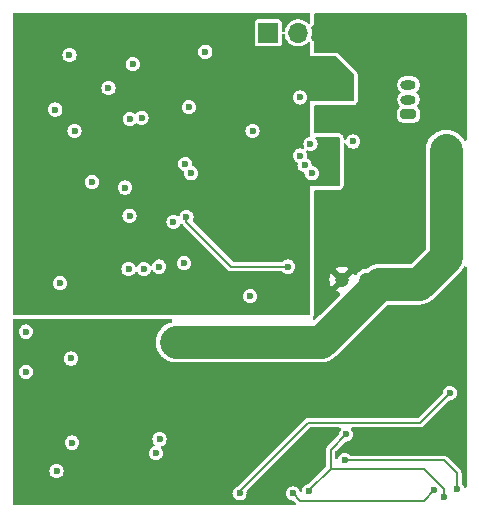
<source format=gbr>
%TF.GenerationSoftware,KiCad,Pcbnew,8.0.3-8.0.3-0~ubuntu22.04.1*%
%TF.CreationDate,2024-07-06T17:26:29-06:00*%
%TF.ProjectId,stm32g070 and DRV8311 single motor board - V1 Alpha,73746d33-3267-4303-9730-20616e642044,rev?*%
%TF.SameCoordinates,Original*%
%TF.FileFunction,Copper,L2,Inr*%
%TF.FilePolarity,Positive*%
%FSLAX46Y46*%
G04 Gerber Fmt 4.6, Leading zero omitted, Abs format (unit mm)*
G04 Created by KiCad (PCBNEW 8.0.3-8.0.3-0~ubuntu22.04.1) date 2024-07-06 17:26:29*
%MOMM*%
%LPD*%
G01*
G04 APERTURE LIST*
G04 Aperture macros list*
%AMRoundRect*
0 Rectangle with rounded corners*
0 $1 Rounding radius*
0 $2 $3 $4 $5 $6 $7 $8 $9 X,Y pos of 4 corners*
0 Add a 4 corners polygon primitive as box body*
4,1,4,$2,$3,$4,$5,$6,$7,$8,$9,$2,$3,0*
0 Add four circle primitives for the rounded corners*
1,1,$1+$1,$2,$3*
1,1,$1+$1,$4,$5*
1,1,$1+$1,$6,$7*
1,1,$1+$1,$8,$9*
0 Add four rect primitives between the rounded corners*
20,1,$1+$1,$2,$3,$4,$5,0*
20,1,$1+$1,$4,$5,$6,$7,0*
20,1,$1+$1,$6,$7,$8,$9,0*
20,1,$1+$1,$8,$9,$2,$3,0*%
G04 Aperture macros list end*
%TA.AperFunction,ComponentPad*%
%ADD10RoundRect,0.200000X0.450000X-0.200000X0.450000X0.200000X-0.450000X0.200000X-0.450000X-0.200000X0*%
%TD*%
%TA.AperFunction,ComponentPad*%
%ADD11O,1.300000X0.800000*%
%TD*%
%TA.AperFunction,ComponentPad*%
%ADD12C,1.200000*%
%TD*%
%TA.AperFunction,ComponentPad*%
%ADD13C,0.600000*%
%TD*%
%TA.AperFunction,ComponentPad*%
%ADD14R,1.700000X1.700000*%
%TD*%
%TA.AperFunction,ComponentPad*%
%ADD15O,1.700000X1.700000*%
%TD*%
%TA.AperFunction,ViaPad*%
%ADD16C,0.600000*%
%TD*%
%TA.AperFunction,Conductor*%
%ADD17C,2.814000*%
%TD*%
%TA.AperFunction,Conductor*%
%ADD18C,0.200000*%
%TD*%
G04 APERTURE END LIST*
D10*
%TO.N,Net-(J3-Pin_1)*%
%TO.C,J3*%
X156400000Y-96900000D03*
D11*
%TO.N,Net-(J3-Pin_2)*%
X156400000Y-95650000D03*
%TO.N,Net-(J3-Pin_3)*%
X156400000Y-94400000D03*
%TD*%
D12*
%TO.N,/MOTORPWR*%
%TO.C,C15*%
X152800000Y-110900000D03*
%TO.N,GNDPWR*%
X150800000Y-110900000D03*
%TD*%
D13*
%TO.N,GNDPWR*%
%TO.C,U4*%
X132262500Y-124737500D03*
X132262500Y-125687500D03*
X132262500Y-126637500D03*
%TD*%
D14*
%TO.N,/USART1_TX*%
%TO.C,J4*%
X144525000Y-90000000D03*
D15*
%TO.N,/USART1_RX*%
X147065000Y-90000000D03*
%TD*%
D13*
%TO.N,GNDPWR*%
%TO.C,U2*%
X149162498Y-98100001D03*
X150562500Y-98100001D03*
X149862499Y-97374600D03*
X149162498Y-96699999D03*
X150562500Y-96699999D03*
%TD*%
D16*
%TO.N,/MOTORPWR*%
X143200000Y-98300000D03*
X151700000Y-99200000D03*
%TO.N,VDD*%
X129600000Y-102636000D03*
X147213896Y-95473287D03*
X131000000Y-94700000D03*
%TO.N,GND*%
X124000000Y-99300000D03*
X123800000Y-108900000D03*
X146000000Y-103400000D03*
X131800000Y-91800000D03*
X126600000Y-127100000D03*
X135000000Y-125600000D03*
X132900000Y-104500000D03*
X136800000Y-89700000D03*
X141000000Y-98600000D03*
X131600000Y-112200000D03*
%TO.N,/MOTORPWR*%
X158600000Y-103400000D03*
X158600000Y-105300000D03*
X142600000Y-115200000D03*
X159600000Y-103400000D03*
X142600000Y-117200000D03*
X143500000Y-115200000D03*
X141700000Y-115200000D03*
X158600000Y-104400000D03*
X141700000Y-116200000D03*
X141700000Y-117200000D03*
X159600000Y-105300000D03*
X160600000Y-104400000D03*
X140800000Y-117200000D03*
X143500000Y-116200000D03*
X160600000Y-103400000D03*
X160600000Y-105300000D03*
X142600000Y-116200000D03*
X140800000Y-116200000D03*
X159600000Y-104400000D03*
X140800000Y-115200000D03*
X143500000Y-117200000D03*
%TO.N,GNDPWR*%
X158900000Y-116500000D03*
X131400000Y-119000000D03*
X124350000Y-126300000D03*
X152800000Y-90800000D03*
X132400000Y-118100000D03*
X153500000Y-106800000D03*
X124350000Y-127150000D03*
X154800000Y-90800000D03*
X157900000Y-117400000D03*
X130400000Y-117100000D03*
X159900000Y-116500000D03*
X132400000Y-117100000D03*
X153800000Y-89800000D03*
X132400000Y-119000000D03*
X154800000Y-89800000D03*
X157900000Y-115500000D03*
X159900000Y-117400000D03*
X153500000Y-104900000D03*
X152500000Y-106800000D03*
X152800000Y-89800000D03*
X131400000Y-118100000D03*
X159900000Y-115500000D03*
X152500000Y-105900000D03*
X153500000Y-105900000D03*
X158900000Y-115500000D03*
X153800000Y-90800000D03*
X152800000Y-91700000D03*
X151500000Y-105900000D03*
X154800000Y-91700000D03*
X151500000Y-104900000D03*
X130400000Y-118100000D03*
X151500000Y-106800000D03*
X131400000Y-117100000D03*
X157900000Y-116500000D03*
X158900000Y-117400000D03*
X153800000Y-91700000D03*
X152500000Y-104900000D03*
X130400000Y-119000000D03*
%TO.N,/SWC*%
X137500000Y-101100000D03*
%TO.N,/SWD*%
X138000000Y-101900000D03*
%TO.N,Net-(U2-SLEEP_N)*%
X148100000Y-99400000D03*
%TO.N,/PSU/LDO 4.9v*%
X127912500Y-124700000D03*
X124000000Y-118700000D03*
%TO.N,/1CSA-B*%
X147600000Y-101200000D03*
X134000000Y-110000000D03*
%TO.N,/1CSA-A*%
X132700000Y-110000000D03*
X148200000Y-101900000D03*
%TO.N,/1CSA-C*%
X135300000Y-109800000D03*
X147200000Y-100400000D03*
%TO.N,/CS1*%
X133049998Y-92649998D03*
X137800000Y-96300000D03*
%TO.N,/PSU/BATT+*%
X142100000Y-129000000D03*
X159900000Y-120500000D03*
%TO.N,Net-(D1-A)*%
X124000000Y-115300000D03*
%TO.N,/PSU/~{CHG}*%
X135321200Y-124421200D03*
X127824265Y-117575735D03*
%TO.N,/SDA1*%
X128125000Y-98300000D03*
X126500000Y-96500000D03*
%TO.N,/PSU/BATT-*%
X151000000Y-126200000D03*
X160500000Y-128600000D03*
%TO.N,Net-(Q1-G)*%
X159400000Y-129300000D03*
X148000000Y-128800000D03*
X151100000Y-124000000D03*
%TO.N,/NRST*%
X126900000Y-111200000D03*
X132780603Y-105480603D03*
%TO.N,Net-(U3-PACK)*%
X146600000Y-129000000D03*
X158600000Y-128700000D03*
%TO.N,Net-(J1-Pin_2)*%
X127700000Y-91900000D03*
%TO.N,Net-(J2-Pin_2)*%
X139200000Y-91600000D03*
%TO.N,/USART1_TX*%
X133800000Y-97200000D03*
%TO.N,/USART1_RX*%
X132800000Y-97300000D03*
%TO.N,/ADC11*%
X136500000Y-106000000D03*
%TO.N,/ADC10{slash}VBATT*%
X137400000Y-109500000D03*
%TO.N,Net-(D3-A)*%
X143000000Y-112300000D03*
%TO.N,/LED*%
X137600000Y-105600000D03*
X146200000Y-109800000D03*
%TO.N,Net-(U1-VREF+)*%
X132400000Y-103100000D03*
%TD*%
D17*
%TO.N,/MOTORPWR*%
X149000000Y-116200000D02*
X136700000Y-116200000D01*
X157300000Y-111300000D02*
X153900000Y-111300000D01*
X159600000Y-109000000D02*
X157300000Y-111300000D01*
X159600000Y-99900000D02*
X159600000Y-109000000D01*
X153900000Y-111300000D02*
X149000000Y-116200000D01*
D18*
%TO.N,/PSU/BATT+*%
X142100000Y-128800000D02*
X142100000Y-129000000D01*
X157400000Y-123000000D02*
X147900000Y-123000000D01*
X159900000Y-120500000D02*
X157400000Y-123000000D01*
X147900000Y-123000000D02*
X142100000Y-128800000D01*
%TO.N,/PSU/BATT-*%
X151000000Y-126200000D02*
X159400000Y-126200000D01*
X159400000Y-126200000D02*
X160500000Y-127300000D01*
X160500000Y-127300000D02*
X160500000Y-128600000D01*
%TO.N,Net-(Q1-G)*%
X148000000Y-128700000D02*
X149800000Y-126900000D01*
X159400000Y-129300000D02*
X159400000Y-128600000D01*
X149800000Y-125300000D02*
X149800000Y-126900000D01*
X148000000Y-128800000D02*
X148000000Y-128700000D01*
X151100000Y-124000000D02*
X149800000Y-125300000D01*
X159400000Y-128600000D02*
X157700000Y-126900000D01*
X157700000Y-126900000D02*
X149800000Y-126900000D01*
%TO.N,Net-(U3-PACK)*%
X157700000Y-129600000D02*
X158600000Y-128700000D01*
X146600000Y-129000000D02*
X147200000Y-129600000D01*
X147200000Y-129600000D02*
X157700000Y-129600000D01*
%TO.N,/LED*%
X141400000Y-109800000D02*
X146200000Y-109800000D01*
X137600000Y-105600000D02*
X137600000Y-106000000D01*
X137600000Y-106000000D02*
X141400000Y-109800000D01*
%TD*%
%TA.AperFunction,Conductor*%
%TO.N,GND*%
G36*
X150315677Y-92019685D02*
G01*
X150336319Y-92036319D01*
X151763681Y-93463681D01*
X151797166Y-93525004D01*
X151800000Y-93551362D01*
X151800000Y-95676000D01*
X151780315Y-95743039D01*
X151727511Y-95788794D01*
X151676000Y-95800000D01*
X148100000Y-95800000D01*
X148100000Y-92000000D01*
X150248638Y-92000000D01*
X150315677Y-92019685D01*
G37*
%TD.AperFunction*%
%TD*%
%TA.AperFunction,Conductor*%
%TO.N,GNDPWR*%
G36*
X161323500Y-128395532D02*
G01*
X161303815Y-128462571D01*
X161251011Y-128508326D01*
X161181853Y-128518270D01*
X161118297Y-128489245D01*
X161084939Y-128442985D01*
X161080231Y-128431620D01*
X161024536Y-128297159D01*
X161024535Y-128297158D01*
X161024535Y-128297157D01*
X160926124Y-128168905D01*
X160900930Y-128103736D01*
X160900500Y-128093419D01*
X160900500Y-127247275D01*
X160900500Y-127247273D01*
X160873207Y-127145413D01*
X160873207Y-127145412D01*
X160820480Y-127054087D01*
X159645913Y-125879520D01*
X159600250Y-125853156D01*
X159554589Y-125826793D01*
X159503657Y-125813146D01*
X159452727Y-125799500D01*
X159452726Y-125799500D01*
X151506580Y-125799500D01*
X151439541Y-125779815D01*
X151431093Y-125773876D01*
X151428283Y-125771720D01*
X151428282Y-125771718D01*
X151302841Y-125675464D01*
X151156762Y-125614956D01*
X151156760Y-125614955D01*
X151000001Y-125594318D01*
X150999999Y-125594318D01*
X150843239Y-125614955D01*
X150843237Y-125614956D01*
X150697160Y-125675463D01*
X150571718Y-125771718D01*
X150475463Y-125897160D01*
X150439061Y-125985044D01*
X150395220Y-126039447D01*
X150328926Y-126061512D01*
X150261227Y-126044233D01*
X150213616Y-125993096D01*
X150200500Y-125937591D01*
X150200500Y-125517254D01*
X150220185Y-125450215D01*
X150236819Y-125429573D01*
X150612308Y-125054084D01*
X151024991Y-124641400D01*
X151086312Y-124607917D01*
X151096485Y-124606144D01*
X151099997Y-124605681D01*
X151100000Y-124605682D01*
X151256762Y-124585044D01*
X151402841Y-124524536D01*
X151528282Y-124428282D01*
X151624536Y-124302841D01*
X151685044Y-124156762D01*
X151705682Y-124000000D01*
X151692077Y-123896663D01*
X151685044Y-123843239D01*
X151685044Y-123843238D01*
X151624536Y-123697159D01*
X151624535Y-123697158D01*
X151624535Y-123697157D01*
X151549973Y-123599986D01*
X151524779Y-123534817D01*
X151538817Y-123466372D01*
X151587631Y-123416383D01*
X151648349Y-123400500D01*
X157452725Y-123400500D01*
X157452727Y-123400500D01*
X157554588Y-123373207D01*
X157645913Y-123320480D01*
X159824991Y-121141400D01*
X159886312Y-121107917D01*
X159896485Y-121106144D01*
X159899997Y-121105681D01*
X159900000Y-121105682D01*
X160056762Y-121085044D01*
X160202841Y-121024536D01*
X160328282Y-120928282D01*
X160424536Y-120802841D01*
X160485044Y-120656762D01*
X160505682Y-120500000D01*
X160485044Y-120343238D01*
X160424536Y-120197159D01*
X160328282Y-120071718D01*
X160202841Y-119975464D01*
X160056762Y-119914956D01*
X160056760Y-119914955D01*
X159900001Y-119894318D01*
X159899999Y-119894318D01*
X159743239Y-119914955D01*
X159743237Y-119914956D01*
X159597160Y-119975463D01*
X159471718Y-120071718D01*
X159375463Y-120197160D01*
X159314956Y-120343237D01*
X159314956Y-120343238D01*
X159293855Y-120503513D01*
X159265588Y-120567409D01*
X159258597Y-120575008D01*
X157270426Y-122563181D01*
X157209103Y-122596666D01*
X157182745Y-122599500D01*
X147960339Y-122599500D01*
X147960323Y-122599499D01*
X147952727Y-122599499D01*
X147847273Y-122599499D01*
X147779366Y-122617695D01*
X147745412Y-122626793D01*
X147654084Y-122679522D01*
X147579518Y-122754089D01*
X141918706Y-128414899D01*
X141878479Y-128441778D01*
X141797165Y-128475460D01*
X141797158Y-128475464D01*
X141671719Y-128571716D01*
X141575463Y-128697160D01*
X141514956Y-128843237D01*
X141514955Y-128843239D01*
X141494318Y-128999998D01*
X141494318Y-129000001D01*
X141514955Y-129156760D01*
X141514956Y-129156762D01*
X141574287Y-129300001D01*
X141575464Y-129302841D01*
X141671718Y-129428282D01*
X141797159Y-129524536D01*
X141943238Y-129585044D01*
X142021619Y-129595363D01*
X142099999Y-129605682D01*
X142100000Y-129605682D01*
X142100001Y-129605682D01*
X142152254Y-129598802D01*
X142256762Y-129585044D01*
X142402841Y-129524536D01*
X142528282Y-129428282D01*
X142624536Y-129302841D01*
X142685044Y-129156762D01*
X142705682Y-129000000D01*
X142685825Y-128849172D01*
X142696590Y-128780139D01*
X142721080Y-128745311D01*
X148029573Y-123436819D01*
X148090896Y-123403334D01*
X148117254Y-123400500D01*
X150551651Y-123400500D01*
X150618690Y-123420185D01*
X150664445Y-123472989D01*
X150674389Y-123542147D01*
X150650027Y-123599986D01*
X150575464Y-123697157D01*
X150514956Y-123843237D01*
X150514956Y-123843238D01*
X150493855Y-124003513D01*
X150465588Y-124067409D01*
X150458597Y-124075008D01*
X149479522Y-125054084D01*
X149479520Y-125054087D01*
X149426791Y-125145413D01*
X149415919Y-125185995D01*
X149415919Y-125185996D01*
X149399500Y-125247273D01*
X149399500Y-126682744D01*
X149379815Y-126749783D01*
X149363181Y-126770425D01*
X147959847Y-128173758D01*
X147898524Y-128207243D01*
X147888353Y-128209016D01*
X147843238Y-128214956D01*
X147697160Y-128275463D01*
X147571718Y-128371718D01*
X147475463Y-128497160D01*
X147414956Y-128643237D01*
X147414956Y-128643239D01*
X147399929Y-128757375D01*
X147371662Y-128821271D01*
X147313337Y-128859742D01*
X147243473Y-128860573D01*
X147184249Y-128823500D01*
X147162429Y-128788641D01*
X147153634Y-128767409D01*
X147141263Y-128737542D01*
X147124537Y-128697161D01*
X147124536Y-128697160D01*
X147124536Y-128697159D01*
X147028282Y-128571718D01*
X146902841Y-128475464D01*
X146902831Y-128475460D01*
X146756762Y-128414956D01*
X146756760Y-128414955D01*
X146600001Y-128394318D01*
X146599999Y-128394318D01*
X146443239Y-128414955D01*
X146443237Y-128414956D01*
X146297160Y-128475463D01*
X146171718Y-128571718D01*
X146075463Y-128697160D01*
X146014956Y-128843237D01*
X146014955Y-128843239D01*
X145994318Y-128999998D01*
X145994318Y-129000001D01*
X146014955Y-129156760D01*
X146014956Y-129156762D01*
X146074287Y-129300001D01*
X146075464Y-129302841D01*
X146171718Y-129428282D01*
X146297159Y-129524536D01*
X146443238Y-129585044D01*
X146600000Y-129605682D01*
X146600001Y-129605681D01*
X146603513Y-129606144D01*
X146667410Y-129634410D01*
X146675009Y-129641402D01*
X146840426Y-129806819D01*
X146873911Y-129868142D01*
X146868927Y-129937834D01*
X146827055Y-129993767D01*
X146761591Y-130018184D01*
X146752745Y-130018500D01*
X123006500Y-130018500D01*
X122939461Y-129998815D01*
X122893706Y-129946011D01*
X122882500Y-129894500D01*
X122882500Y-127099998D01*
X125994318Y-127099998D01*
X125994318Y-127100001D01*
X126014955Y-127256760D01*
X126014956Y-127256762D01*
X126075464Y-127402841D01*
X126171718Y-127528282D01*
X126297159Y-127624536D01*
X126443238Y-127685044D01*
X126521619Y-127695363D01*
X126599999Y-127705682D01*
X126600000Y-127705682D01*
X126600001Y-127705682D01*
X126652254Y-127698802D01*
X126756762Y-127685044D01*
X126902841Y-127624536D01*
X127028282Y-127528282D01*
X127124536Y-127402841D01*
X127185044Y-127256762D01*
X127205682Y-127100000D01*
X127199637Y-127054087D01*
X127185044Y-126943239D01*
X127185044Y-126943238D01*
X127124536Y-126797159D01*
X127028282Y-126671718D01*
X126902841Y-126575464D01*
X126756762Y-126514956D01*
X126756760Y-126514955D01*
X126600001Y-126494318D01*
X126599999Y-126494318D01*
X126443239Y-126514955D01*
X126443237Y-126514956D01*
X126297160Y-126575463D01*
X126171718Y-126671718D01*
X126075463Y-126797160D01*
X126014956Y-126943237D01*
X126014955Y-126943239D01*
X125994318Y-127099998D01*
X122882500Y-127099998D01*
X122882500Y-125599998D01*
X134394318Y-125599998D01*
X134394318Y-125600001D01*
X134414955Y-125756760D01*
X134414956Y-125756762D01*
X134475464Y-125902841D01*
X134571718Y-126028282D01*
X134697159Y-126124536D01*
X134843238Y-126185044D01*
X134921619Y-126195363D01*
X134999999Y-126205682D01*
X135000000Y-126205682D01*
X135000001Y-126205682D01*
X135052254Y-126198802D01*
X135156762Y-126185044D01*
X135302841Y-126124536D01*
X135428282Y-126028282D01*
X135524536Y-125902841D01*
X135585044Y-125756762D01*
X135605682Y-125600000D01*
X135585044Y-125443238D01*
X135524536Y-125297159D01*
X135442287Y-125189970D01*
X135417095Y-125124805D01*
X135431133Y-125056360D01*
X135479947Y-125006370D01*
X135493201Y-124999931D01*
X135624041Y-124945736D01*
X135749482Y-124849482D01*
X135845736Y-124724041D01*
X135906244Y-124577962D01*
X135926882Y-124421200D01*
X135906244Y-124264438D01*
X135845736Y-124118359D01*
X135749482Y-123992918D01*
X135624041Y-123896664D01*
X135477962Y-123836156D01*
X135477960Y-123836155D01*
X135321201Y-123815518D01*
X135321199Y-123815518D01*
X135164439Y-123836155D01*
X135164437Y-123836156D01*
X135018360Y-123896663D01*
X134892918Y-123992918D01*
X134796663Y-124118360D01*
X134736156Y-124264437D01*
X134736155Y-124264439D01*
X134715518Y-124421198D01*
X134715518Y-124421201D01*
X134736155Y-124577960D01*
X134736156Y-124577962D01*
X134796664Y-124724041D01*
X134878911Y-124831227D01*
X134904104Y-124896395D01*
X134890066Y-124964839D01*
X134841252Y-125014829D01*
X134827987Y-125021273D01*
X134697160Y-125075463D01*
X134571718Y-125171718D01*
X134475463Y-125297160D01*
X134414956Y-125443237D01*
X134414955Y-125443239D01*
X134394318Y-125599998D01*
X122882500Y-125599998D01*
X122882500Y-124699998D01*
X127306818Y-124699998D01*
X127306818Y-124700001D01*
X127327455Y-124856760D01*
X127327456Y-124856762D01*
X127386756Y-124999926D01*
X127387964Y-125002841D01*
X127484218Y-125128282D01*
X127609659Y-125224536D01*
X127755738Y-125285044D01*
X127834119Y-125295363D01*
X127912499Y-125305682D01*
X127912500Y-125305682D01*
X127912501Y-125305682D01*
X127977239Y-125297159D01*
X128069262Y-125285044D01*
X128215341Y-125224536D01*
X128340782Y-125128282D01*
X128437036Y-125002841D01*
X128497544Y-124856762D01*
X128518182Y-124700000D01*
X128510467Y-124641402D01*
X128497544Y-124543239D01*
X128497544Y-124543238D01*
X128437036Y-124397159D01*
X128340782Y-124271718D01*
X128215341Y-124175464D01*
X128170190Y-124156762D01*
X128069262Y-124114956D01*
X128069260Y-124114955D01*
X127912501Y-124094318D01*
X127912499Y-124094318D01*
X127755739Y-124114955D01*
X127755737Y-124114956D01*
X127609660Y-124175463D01*
X127484218Y-124271718D01*
X127387963Y-124397160D01*
X127327456Y-124543237D01*
X127327455Y-124543239D01*
X127306818Y-124699998D01*
X122882500Y-124699998D01*
X122882500Y-118699998D01*
X123394318Y-118699998D01*
X123394318Y-118700001D01*
X123414955Y-118856760D01*
X123414956Y-118856762D01*
X123475464Y-119002841D01*
X123571718Y-119128282D01*
X123697159Y-119224536D01*
X123843238Y-119285044D01*
X123921619Y-119295363D01*
X123999999Y-119305682D01*
X124000000Y-119305682D01*
X124000001Y-119305682D01*
X124052254Y-119298802D01*
X124156762Y-119285044D01*
X124302841Y-119224536D01*
X124428282Y-119128282D01*
X124524536Y-119002841D01*
X124585044Y-118856762D01*
X124605682Y-118700000D01*
X124585044Y-118543238D01*
X124524536Y-118397159D01*
X124428282Y-118271718D01*
X124302841Y-118175464D01*
X124267388Y-118160779D01*
X124156762Y-118114956D01*
X124156760Y-118114955D01*
X124000001Y-118094318D01*
X123999999Y-118094318D01*
X123843239Y-118114955D01*
X123843237Y-118114956D01*
X123697160Y-118175463D01*
X123571718Y-118271718D01*
X123475463Y-118397160D01*
X123414956Y-118543237D01*
X123414955Y-118543239D01*
X123394318Y-118699998D01*
X122882500Y-118699998D01*
X122882500Y-117575733D01*
X127218583Y-117575733D01*
X127218583Y-117575736D01*
X127239220Y-117732495D01*
X127239221Y-117732497D01*
X127275610Y-117820349D01*
X127299729Y-117878576D01*
X127395983Y-118004017D01*
X127521424Y-118100271D01*
X127667503Y-118160779D01*
X127745884Y-118171098D01*
X127824264Y-118181417D01*
X127824265Y-118181417D01*
X127824266Y-118181417D01*
X127876519Y-118174537D01*
X127981027Y-118160779D01*
X128127106Y-118100271D01*
X128252547Y-118004017D01*
X128348801Y-117878576D01*
X128409309Y-117732497D01*
X128429947Y-117575735D01*
X128409309Y-117418973D01*
X128348801Y-117272894D01*
X128252547Y-117147453D01*
X128127106Y-117051199D01*
X127981027Y-116990691D01*
X127981025Y-116990690D01*
X127824266Y-116970053D01*
X127824264Y-116970053D01*
X127667504Y-116990690D01*
X127667502Y-116990691D01*
X127521425Y-117051198D01*
X127395983Y-117147453D01*
X127299728Y-117272895D01*
X127239221Y-117418972D01*
X127239220Y-117418974D01*
X127218583Y-117575733D01*
X122882500Y-117575733D01*
X122882500Y-115299998D01*
X123394318Y-115299998D01*
X123394318Y-115300001D01*
X123414955Y-115456760D01*
X123414956Y-115456762D01*
X123475464Y-115602841D01*
X123571718Y-115728282D01*
X123697159Y-115824536D01*
X123843238Y-115885044D01*
X123921619Y-115895363D01*
X123999999Y-115905682D01*
X124000000Y-115905682D01*
X124000001Y-115905682D01*
X124052254Y-115898802D01*
X124156762Y-115885044D01*
X124302841Y-115824536D01*
X124428282Y-115728282D01*
X124524536Y-115602841D01*
X124585044Y-115456762D01*
X124605682Y-115300000D01*
X124585044Y-115143238D01*
X124524536Y-114997159D01*
X124428282Y-114871718D01*
X124302841Y-114775464D01*
X124156762Y-114714956D01*
X124156760Y-114714955D01*
X124000001Y-114694318D01*
X123999999Y-114694318D01*
X123843239Y-114714955D01*
X123843237Y-114714956D01*
X123697160Y-114775463D01*
X123571718Y-114871718D01*
X123475463Y-114997160D01*
X123414956Y-115143237D01*
X123414955Y-115143239D01*
X123394318Y-115299998D01*
X122882500Y-115299998D01*
X122882500Y-114329500D01*
X122902185Y-114262461D01*
X122954989Y-114216706D01*
X123006500Y-114205500D01*
X136276000Y-114205500D01*
X136343039Y-114225185D01*
X136388794Y-114277989D01*
X136400000Y-114329500D01*
X136400000Y-114417502D01*
X136380315Y-114484541D01*
X136327511Y-114530296D01*
X136308093Y-114537277D01*
X136149970Y-114579645D01*
X136149966Y-114579646D01*
X136149964Y-114579647D01*
X136149957Y-114579650D01*
X135943178Y-114665300D01*
X135943168Y-114665305D01*
X135749328Y-114777218D01*
X135571752Y-114913477D01*
X135571745Y-114913483D01*
X135413483Y-115071745D01*
X135413477Y-115071752D01*
X135277218Y-115249328D01*
X135165305Y-115443168D01*
X135165300Y-115443178D01*
X135079650Y-115649957D01*
X135079645Y-115649970D01*
X135021717Y-115866165D01*
X135021714Y-115866178D01*
X134992501Y-116088075D01*
X134992500Y-116088091D01*
X134992500Y-116311908D01*
X134992501Y-116311924D01*
X135021714Y-116533821D01*
X135021715Y-116533826D01*
X135021716Y-116533832D01*
X135079647Y-116750036D01*
X135106943Y-116815934D01*
X135165300Y-116956821D01*
X135165305Y-116956831D01*
X135277218Y-117150671D01*
X135413477Y-117328247D01*
X135413483Y-117328254D01*
X135571745Y-117486516D01*
X135571752Y-117486522D01*
X135749328Y-117622781D01*
X135943168Y-117734694D01*
X135943178Y-117734699D01*
X136009070Y-117761992D01*
X136149964Y-117820353D01*
X136366168Y-117878284D01*
X136588085Y-117907500D01*
X136588092Y-117907500D01*
X149111916Y-117907500D01*
X149185887Y-117897761D01*
X149333831Y-117878285D01*
X149425210Y-117853799D01*
X149550036Y-117820353D01*
X149653432Y-117777524D01*
X149756828Y-117734697D01*
X149902661Y-117650500D01*
X149950672Y-117622781D01*
X150128249Y-117486521D01*
X150286521Y-117328249D01*
X150286521Y-117328248D01*
X153714769Y-113900000D01*
X161323500Y-113900000D01*
X161323500Y-128395532D01*
G37*
%TD.AperFunction*%
%TA.AperFunction,Conductor*%
G36*
X148511681Y-114273549D02*
G01*
X148450358Y-114307034D01*
X148380666Y-114302050D01*
X148324733Y-114260178D01*
X148300316Y-114194714D01*
X148300000Y-114185868D01*
X148300000Y-114100492D01*
X148318605Y-114037129D01*
X148318533Y-114037093D01*
X148318729Y-114036705D01*
X148319685Y-114033453D01*
X148322547Y-114029197D01*
X148322551Y-114029189D01*
X148322553Y-114029187D01*
X148373439Y-113929111D01*
X148381987Y-113900000D01*
X148885230Y-113900000D01*
X148511681Y-114273549D01*
G37*
%TD.AperFunction*%
%TD*%
%TA.AperFunction,Conductor*%
%TO.N,GNDPWR*%
G36*
X161266539Y-88358185D02*
G01*
X161312294Y-88410989D01*
X161323500Y-88462500D01*
X161323500Y-99007415D01*
X161303815Y-99074454D01*
X161251011Y-99120209D01*
X161181853Y-99130153D01*
X161118297Y-99101128D01*
X161092113Y-99069415D01*
X161022781Y-98949328D01*
X160886522Y-98771752D01*
X160886516Y-98771745D01*
X160728254Y-98613483D01*
X160728247Y-98613477D01*
X160550671Y-98477218D01*
X160356831Y-98365305D01*
X160356821Y-98365300D01*
X160199172Y-98300000D01*
X160150036Y-98279647D01*
X159933832Y-98221716D01*
X159933826Y-98221715D01*
X159933821Y-98221714D01*
X159711924Y-98192501D01*
X159711921Y-98192500D01*
X159711915Y-98192500D01*
X159488085Y-98192500D01*
X159488079Y-98192500D01*
X159488075Y-98192501D01*
X159266178Y-98221714D01*
X159266171Y-98221715D01*
X159266168Y-98221716D01*
X159194100Y-98241026D01*
X159049970Y-98279645D01*
X159049966Y-98279646D01*
X159049964Y-98279647D01*
X159049957Y-98279650D01*
X158843178Y-98365300D01*
X158843168Y-98365305D01*
X158649328Y-98477218D01*
X158471752Y-98613477D01*
X158471745Y-98613483D01*
X158313483Y-98771745D01*
X158313477Y-98771752D01*
X158177218Y-98949328D01*
X158065305Y-99143168D01*
X158065300Y-99143178D01*
X157979650Y-99349957D01*
X157979645Y-99349970D01*
X157921717Y-99566165D01*
X157921714Y-99566178D01*
X157892501Y-99788075D01*
X157892500Y-99788091D01*
X157892500Y-108241368D01*
X157872815Y-108308407D01*
X157856181Y-108329049D01*
X156629049Y-109556181D01*
X156567726Y-109589666D01*
X156541368Y-109592500D01*
X154011915Y-109592500D01*
X153788084Y-109592500D01*
X153788078Y-109592500D01*
X153788074Y-109592501D01*
X153596733Y-109617691D01*
X153596733Y-109617692D01*
X153566168Y-109621716D01*
X153374999Y-109672939D01*
X153349964Y-109679647D01*
X153349954Y-109679650D01*
X153203739Y-109740215D01*
X153143174Y-109765302D01*
X153143167Y-109765306D01*
X153122200Y-109777411D01*
X153083076Y-109800000D01*
X152949328Y-109877218D01*
X152823362Y-109973876D01*
X152758193Y-109999070D01*
X152747876Y-109999500D01*
X152705354Y-109999500D01*
X152672897Y-110006398D01*
X152520197Y-110038855D01*
X152520192Y-110038857D01*
X152347270Y-110115848D01*
X152347265Y-110115851D01*
X152194129Y-110227111D01*
X152067465Y-110367785D01*
X152019887Y-110450194D01*
X151969320Y-110498410D01*
X151900713Y-110511632D01*
X151835848Y-110485664D01*
X151801500Y-110443466D01*
X151739249Y-110318449D01*
X151739247Y-110318447D01*
X151737465Y-110316087D01*
X151094855Y-110958697D01*
X151100000Y-110939496D01*
X151100000Y-110860504D01*
X151079556Y-110784204D01*
X151040060Y-110715795D01*
X150984205Y-110659940D01*
X150915796Y-110620444D01*
X150839496Y-110600000D01*
X150760504Y-110600000D01*
X150684204Y-110620444D01*
X150615795Y-110659940D01*
X150559940Y-110715795D01*
X150520444Y-110784204D01*
X150500000Y-110860504D01*
X150500000Y-110939496D01*
X150520444Y-111015796D01*
X150559940Y-111084205D01*
X150615795Y-111140060D01*
X150684204Y-111179556D01*
X150760504Y-111200000D01*
X150839496Y-111200000D01*
X150858697Y-111194854D01*
X150800000Y-111253553D01*
X150219311Y-111834240D01*
X150307585Y-111888897D01*
X150497678Y-111962540D01*
X150540262Y-111970500D01*
X150602543Y-112002168D01*
X150637817Y-112062480D01*
X150634884Y-112132288D01*
X150605159Y-112180070D01*
X148885230Y-113900000D01*
X148381987Y-113900000D01*
X148393124Y-113862072D01*
X148405500Y-113776000D01*
X148405500Y-110899999D01*
X149695287Y-110899999D01*
X149695287Y-110900000D01*
X149714096Y-111102989D01*
X149714097Y-111102992D01*
X149769883Y-111299063D01*
X149769886Y-111299069D01*
X149860751Y-111481551D01*
X149862533Y-111483911D01*
X150446446Y-110900000D01*
X150446446Y-110899999D01*
X149862533Y-110316087D01*
X149860755Y-110318442D01*
X149860754Y-110318443D01*
X149769886Y-110500930D01*
X149769883Y-110500936D01*
X149714097Y-110697007D01*
X149714096Y-110697010D01*
X149695287Y-110899999D01*
X148405500Y-110899999D01*
X148405500Y-109965758D01*
X150219311Y-109965758D01*
X150800000Y-110546446D01*
X150800001Y-110546446D01*
X151380687Y-109965758D01*
X151292413Y-109911101D01*
X151292411Y-109911100D01*
X151102321Y-109837460D01*
X150901928Y-109800000D01*
X150698072Y-109800000D01*
X150497678Y-109837460D01*
X150307588Y-109911100D01*
X150307581Y-109911104D01*
X150219312Y-109965757D01*
X150219311Y-109965758D01*
X148405500Y-109965758D01*
X148405500Y-103429500D01*
X148425185Y-103362461D01*
X148477989Y-103316706D01*
X148529500Y-103305500D01*
X150475990Y-103305500D01*
X150476000Y-103305500D01*
X150540941Y-103298518D01*
X150592452Y-103287312D01*
X150630658Y-103276354D01*
X150727571Y-103219675D01*
X150780375Y-103173920D01*
X150780382Y-103173912D01*
X150780387Y-103173908D01*
X150822548Y-103129192D01*
X150822553Y-103129187D01*
X150873439Y-103029111D01*
X150893124Y-102962072D01*
X150905500Y-102876000D01*
X150905500Y-99474480D01*
X150925185Y-99407441D01*
X150977989Y-99361686D01*
X151047147Y-99351742D01*
X151110703Y-99380767D01*
X151144060Y-99427026D01*
X151175464Y-99502841D01*
X151271718Y-99628282D01*
X151397159Y-99724536D01*
X151543238Y-99785044D01*
X151621619Y-99795363D01*
X151699999Y-99805682D01*
X151700000Y-99805682D01*
X151700001Y-99805682D01*
X151752254Y-99798802D01*
X151856762Y-99785044D01*
X152002841Y-99724536D01*
X152128282Y-99628282D01*
X152224536Y-99502841D01*
X152285044Y-99356762D01*
X152305682Y-99200000D01*
X152298200Y-99143172D01*
X152288490Y-99069415D01*
X152285044Y-99043238D01*
X152224536Y-98897159D01*
X152128282Y-98771718D01*
X152002841Y-98675464D01*
X151995511Y-98672428D01*
X151856762Y-98614956D01*
X151856760Y-98614955D01*
X151700001Y-98594318D01*
X151699999Y-98594318D01*
X151543239Y-98614955D01*
X151543237Y-98614956D01*
X151397160Y-98675463D01*
X151271718Y-98771718D01*
X151175463Y-98897160D01*
X151144061Y-98972972D01*
X151100220Y-99027375D01*
X151033925Y-99049440D01*
X150966226Y-99032161D01*
X150918616Y-98981023D01*
X150905923Y-98927312D01*
X150905678Y-98927326D01*
X150905604Y-98925962D01*
X150905500Y-98925519D01*
X150905500Y-98924010D01*
X150905500Y-98924000D01*
X150898518Y-98859059D01*
X150887312Y-98807548D01*
X150877043Y-98771745D01*
X150876355Y-98769345D01*
X150876354Y-98769344D01*
X150876354Y-98769342D01*
X150819675Y-98672429D01*
X150773920Y-98619625D01*
X150773918Y-98619623D01*
X150773908Y-98619612D01*
X150729192Y-98577451D01*
X150729189Y-98577449D01*
X150729187Y-98577447D01*
X150629111Y-98526561D01*
X150629110Y-98526560D01*
X150629109Y-98526560D01*
X150562078Y-98506877D01*
X150562072Y-98506876D01*
X150476000Y-98494500D01*
X148647965Y-98494500D01*
X148647961Y-98494500D01*
X148570657Y-98504444D01*
X148570654Y-98504444D01*
X148570652Y-98504445D01*
X148560873Y-98507003D01*
X148491035Y-98504920D01*
X148433408Y-98465411D01*
X148406291Y-98401018D01*
X148405500Y-98387037D01*
X148405500Y-96229500D01*
X148425185Y-96162461D01*
X148477989Y-96116706D01*
X148529500Y-96105500D01*
X151675990Y-96105500D01*
X151676000Y-96105500D01*
X151740941Y-96098518D01*
X151792452Y-96087312D01*
X151830658Y-96076354D01*
X151927571Y-96019675D01*
X151980375Y-95973920D01*
X151980382Y-95973912D01*
X151980387Y-95973908D01*
X152022548Y-95929192D01*
X152022553Y-95929187D01*
X152073439Y-95829111D01*
X152093124Y-95762072D01*
X152105500Y-95676000D01*
X152105500Y-94468995D01*
X155449499Y-94468995D01*
X155476418Y-94604322D01*
X155476421Y-94604332D01*
X155529221Y-94731804D01*
X155529228Y-94731817D01*
X155605885Y-94846541D01*
X155605888Y-94846545D01*
X155696662Y-94937319D01*
X155730147Y-94998642D01*
X155725163Y-95068334D01*
X155696662Y-95112681D01*
X155605888Y-95203454D01*
X155605885Y-95203458D01*
X155529228Y-95318182D01*
X155529221Y-95318195D01*
X155476421Y-95445667D01*
X155476418Y-95445677D01*
X155449500Y-95581004D01*
X155449500Y-95581007D01*
X155449500Y-95718993D01*
X155449500Y-95718995D01*
X155449499Y-95718995D01*
X155476418Y-95854322D01*
X155476421Y-95854332D01*
X155529221Y-95981804D01*
X155529228Y-95981817D01*
X155605885Y-96096541D01*
X155605888Y-96096545D01*
X155639579Y-96130236D01*
X155673064Y-96191559D01*
X155668080Y-96261251D01*
X155626212Y-96317182D01*
X155606041Y-96332282D01*
X155592454Y-96342454D01*
X155592453Y-96342455D01*
X155592452Y-96342456D01*
X155506206Y-96457664D01*
X155506202Y-96457671D01*
X155455910Y-96592513D01*
X155455909Y-96592517D01*
X155449500Y-96652127D01*
X155449500Y-96652134D01*
X155449500Y-96652135D01*
X155449500Y-97147870D01*
X155449501Y-97147876D01*
X155455908Y-97207483D01*
X155506202Y-97342328D01*
X155506206Y-97342335D01*
X155592452Y-97457544D01*
X155592455Y-97457547D01*
X155707664Y-97543793D01*
X155707671Y-97543797D01*
X155842517Y-97594091D01*
X155842516Y-97594091D01*
X155849444Y-97594835D01*
X155902127Y-97600500D01*
X156897872Y-97600499D01*
X156957483Y-97594091D01*
X157092331Y-97543796D01*
X157207546Y-97457546D01*
X157293796Y-97342331D01*
X157344091Y-97207483D01*
X157350500Y-97147873D01*
X157350499Y-96652128D01*
X157344091Y-96592517D01*
X157338307Y-96577010D01*
X157293797Y-96457671D01*
X157293793Y-96457664D01*
X157207548Y-96342456D01*
X157207546Y-96342455D01*
X157207546Y-96342454D01*
X157173787Y-96317182D01*
X157131918Y-96261248D01*
X157126935Y-96191556D01*
X157160421Y-96130235D01*
X157194111Y-96096545D01*
X157194114Y-96096542D01*
X157270775Y-95981811D01*
X157323580Y-95854328D01*
X157350500Y-95718993D01*
X157350500Y-95581007D01*
X157350500Y-95581004D01*
X157323581Y-95445677D01*
X157323580Y-95445676D01*
X157323580Y-95445672D01*
X157323578Y-95445667D01*
X157270778Y-95318195D01*
X157270771Y-95318182D01*
X157194114Y-95203458D01*
X157194111Y-95203454D01*
X157103338Y-95112681D01*
X157069853Y-95051358D01*
X157074837Y-94981666D01*
X157103338Y-94937319D01*
X157194111Y-94846545D01*
X157194114Y-94846542D01*
X157270775Y-94731811D01*
X157323580Y-94604328D01*
X157334143Y-94551227D01*
X157350500Y-94468995D01*
X157350500Y-94331004D01*
X157323581Y-94195677D01*
X157323580Y-94195676D01*
X157323580Y-94195672D01*
X157323578Y-94195667D01*
X157270778Y-94068195D01*
X157270771Y-94068182D01*
X157194114Y-93953458D01*
X157194111Y-93953454D01*
X157096545Y-93855888D01*
X157096541Y-93855885D01*
X156981817Y-93779228D01*
X156981804Y-93779221D01*
X156854332Y-93726421D01*
X156854322Y-93726418D01*
X156718995Y-93699500D01*
X156718993Y-93699500D01*
X156081007Y-93699500D01*
X156081005Y-93699500D01*
X155945677Y-93726418D01*
X155945667Y-93726421D01*
X155818195Y-93779221D01*
X155818182Y-93779228D01*
X155703458Y-93855885D01*
X155703454Y-93855888D01*
X155605888Y-93953454D01*
X155605885Y-93953458D01*
X155529228Y-94068182D01*
X155529221Y-94068195D01*
X155476421Y-94195667D01*
X155476418Y-94195677D01*
X155449500Y-94331004D01*
X155449500Y-94331007D01*
X155449500Y-94468993D01*
X155449500Y-94468995D01*
X155449499Y-94468995D01*
X152105500Y-94468995D01*
X152105500Y-93551362D01*
X152103749Y-93518703D01*
X152100915Y-93492345D01*
X152100080Y-93485340D01*
X152065297Y-93378593D01*
X152065295Y-93378588D01*
X152031810Y-93317266D01*
X151979710Y-93247670D01*
X151979705Y-93247665D01*
X151979702Y-93247660D01*
X151979698Y-93247656D01*
X151979692Y-93247649D01*
X150552353Y-91820311D01*
X150552340Y-91820298D01*
X150528008Y-91798442D01*
X150507366Y-91781808D01*
X150507363Y-91781806D01*
X150507325Y-91781775D01*
X150501827Y-91777448D01*
X150501825Y-91777447D01*
X150401747Y-91726560D01*
X150334716Y-91706877D01*
X150334710Y-91706876D01*
X150248638Y-91694500D01*
X150248635Y-91694500D01*
X148529500Y-91694500D01*
X148462461Y-91674815D01*
X148416706Y-91622011D01*
X148405500Y-91570500D01*
X148405500Y-90894197D01*
X148405500Y-90894120D01*
X148405476Y-90890308D01*
X148405437Y-90887183D01*
X148390824Y-90797565D01*
X148369456Y-90731043D01*
X148344857Y-90674694D01*
X148272770Y-90588623D01*
X148272769Y-90588622D01*
X148272765Y-90588618D01*
X148218841Y-90544223D01*
X148218829Y-90544213D01*
X148199483Y-90531315D01*
X148154623Y-90477753D01*
X148145842Y-90408438D01*
X148148996Y-90394222D01*
X148200756Y-90212310D01*
X148220429Y-90000000D01*
X148200756Y-89787690D01*
X148148402Y-89603687D01*
X148148988Y-89533821D01*
X148187255Y-89475362D01*
X148205068Y-89462715D01*
X148211164Y-89459149D01*
X148227571Y-89449554D01*
X148280375Y-89403799D01*
X148280382Y-89403791D01*
X148280387Y-89403787D01*
X148322548Y-89359071D01*
X148322553Y-89359066D01*
X148373439Y-89258990D01*
X148393124Y-89191951D01*
X148405500Y-89105879D01*
X148405500Y-88462500D01*
X148425185Y-88395461D01*
X148477989Y-88349706D01*
X148529500Y-88338500D01*
X161199500Y-88338500D01*
X161266539Y-88358185D01*
G37*
%TD.AperFunction*%
%TA.AperFunction,Conductor*%
G36*
X161276152Y-109795116D02*
G01*
X161316680Y-109852030D01*
X161323500Y-109892586D01*
X161323500Y-113900000D01*
X153714769Y-113900000D01*
X154570950Y-113043819D01*
X154632273Y-113010334D01*
X154658631Y-113007500D01*
X157411916Y-113007500D01*
X157485887Y-112997761D01*
X157633831Y-112978285D01*
X157725210Y-112953799D01*
X157850036Y-112920353D01*
X157953432Y-112877524D01*
X158056828Y-112834697D01*
X158179719Y-112763744D01*
X158250672Y-112722781D01*
X158428249Y-112586521D01*
X158586521Y-112428249D01*
X160886521Y-110128249D01*
X160921135Y-110083139D01*
X161022781Y-109950672D01*
X161065310Y-109877009D01*
X161079739Y-109852018D01*
X161092113Y-109830586D01*
X161142680Y-109782370D01*
X161211287Y-109769147D01*
X161276152Y-109795116D01*
G37*
%TD.AperFunction*%
%TD*%
%TA.AperFunction,Conductor*%
%TO.N,GND*%
G36*
X148043039Y-88358185D02*
G01*
X148088794Y-88410989D01*
X148100000Y-88462500D01*
X148100000Y-89105879D01*
X148080315Y-89172918D01*
X148027511Y-89218673D01*
X147958353Y-89228617D01*
X147894797Y-89199592D01*
X147892462Y-89197516D01*
X147763562Y-89080008D01*
X147761302Y-89077948D01*
X147580019Y-88965702D01*
X147580017Y-88965701D01*
X147480608Y-88927190D01*
X147381198Y-88888679D01*
X147171610Y-88849500D01*
X146958390Y-88849500D01*
X146748802Y-88888679D01*
X146748799Y-88888679D01*
X146748799Y-88888680D01*
X146549982Y-88965701D01*
X146549980Y-88965702D01*
X146368699Y-89077947D01*
X146211127Y-89221593D01*
X146082632Y-89391746D01*
X145987596Y-89582605D01*
X145987596Y-89582607D01*
X145929244Y-89787689D01*
X145922970Y-89855394D01*
X145897183Y-89920331D01*
X145840383Y-89961018D01*
X145770602Y-89964538D01*
X145709995Y-89929772D01*
X145677806Y-89867759D01*
X145675499Y-89843952D01*
X145675499Y-89105143D01*
X145675499Y-89105136D01*
X145675497Y-89105117D01*
X145672586Y-89080012D01*
X145672585Y-89080010D01*
X145672585Y-89080009D01*
X145627206Y-88977235D01*
X145547765Y-88897794D01*
X145527124Y-88888680D01*
X145444992Y-88852415D01*
X145419865Y-88849500D01*
X143630143Y-88849500D01*
X143630117Y-88849502D01*
X143605012Y-88852413D01*
X143605008Y-88852415D01*
X143502235Y-88897793D01*
X143422794Y-88977234D01*
X143377415Y-89080006D01*
X143377415Y-89080008D01*
X143374500Y-89105131D01*
X143374500Y-90894856D01*
X143374502Y-90894882D01*
X143377413Y-90919987D01*
X143377415Y-90919991D01*
X143422793Y-91022764D01*
X143422794Y-91022765D01*
X143502235Y-91102206D01*
X143605009Y-91147585D01*
X143630135Y-91150500D01*
X145419864Y-91150499D01*
X145419879Y-91150497D01*
X145419882Y-91150497D01*
X145444987Y-91147586D01*
X145444988Y-91147585D01*
X145444991Y-91147585D01*
X145547765Y-91102206D01*
X145627206Y-91022765D01*
X145672585Y-90919991D01*
X145675500Y-90894865D01*
X145675499Y-90156046D01*
X145695183Y-90089009D01*
X145747987Y-90043254D01*
X145817146Y-90033310D01*
X145880702Y-90062335D01*
X145918476Y-90121113D01*
X145922970Y-90144606D01*
X145929244Y-90212310D01*
X145987596Y-90417392D01*
X145987596Y-90417394D01*
X146082632Y-90608253D01*
X146082634Y-90608255D01*
X146211128Y-90778407D01*
X146368698Y-90922052D01*
X146549981Y-91034298D01*
X146748802Y-91111321D01*
X146958390Y-91150500D01*
X146958392Y-91150500D01*
X147171608Y-91150500D01*
X147171610Y-91150500D01*
X147381198Y-91111321D01*
X147580019Y-91034298D01*
X147761302Y-90922052D01*
X147892463Y-90802481D01*
X147955265Y-90771866D01*
X148024652Y-90780063D01*
X148078593Y-90824473D01*
X148099961Y-90890995D01*
X148100000Y-90894120D01*
X148100000Y-95800000D01*
X148100000Y-98685573D01*
X148080315Y-98752612D01*
X148027511Y-98798367D01*
X147992186Y-98808511D01*
X147943238Y-98814956D01*
X147943237Y-98814956D01*
X147797160Y-98875463D01*
X147671718Y-98971718D01*
X147575463Y-99097160D01*
X147514956Y-99243237D01*
X147514955Y-99243239D01*
X147494318Y-99399998D01*
X147494318Y-99400001D01*
X147514955Y-99556760D01*
X147514956Y-99556762D01*
X147562255Y-99670951D01*
X147569724Y-99740421D01*
X147538449Y-99802900D01*
X147478360Y-99838552D01*
X147408535Y-99836058D01*
X147400243Y-99832966D01*
X147356762Y-99814956D01*
X147356760Y-99814955D01*
X147200001Y-99794318D01*
X147199999Y-99794318D01*
X147043239Y-99814955D01*
X147043237Y-99814956D01*
X146897160Y-99875463D01*
X146771718Y-99971718D01*
X146675463Y-100097160D01*
X146614956Y-100243237D01*
X146614955Y-100243239D01*
X146594318Y-100399998D01*
X146594318Y-100400001D01*
X146614955Y-100556760D01*
X146614956Y-100556762D01*
X146675464Y-100702841D01*
X146771718Y-100828282D01*
X146897159Y-100924536D01*
X146935777Y-100940532D01*
X146990180Y-100984371D01*
X147012246Y-101050665D01*
X147011264Y-101071278D01*
X146994318Y-101199998D01*
X146994318Y-101200001D01*
X147014955Y-101356760D01*
X147014956Y-101356762D01*
X147075464Y-101502841D01*
X147171718Y-101628282D01*
X147297159Y-101724536D01*
X147443238Y-101785044D01*
X147487246Y-101790837D01*
X147551142Y-101819102D01*
X147589614Y-101877426D01*
X147594000Y-101897590D01*
X147611475Y-102030318D01*
X147614956Y-102056762D01*
X147675464Y-102202841D01*
X147771718Y-102328282D01*
X147897159Y-102424536D01*
X148043238Y-102485044D01*
X148100000Y-102492516D01*
X148100000Y-103000000D01*
X148100000Y-113776000D01*
X148080315Y-113843039D01*
X148027511Y-113888794D01*
X147976000Y-113900000D01*
X123006500Y-113900000D01*
X122939461Y-113880315D01*
X122893706Y-113827511D01*
X122882500Y-113776000D01*
X122882500Y-112299998D01*
X142394318Y-112299998D01*
X142394318Y-112300001D01*
X142414955Y-112456760D01*
X142414956Y-112456762D01*
X142475464Y-112602841D01*
X142571718Y-112728282D01*
X142697159Y-112824536D01*
X142843238Y-112885044D01*
X142921619Y-112895363D01*
X142999999Y-112905682D01*
X143000000Y-112905682D01*
X143000001Y-112905682D01*
X143052254Y-112898802D01*
X143156762Y-112885044D01*
X143302841Y-112824536D01*
X143428282Y-112728282D01*
X143524536Y-112602841D01*
X143585044Y-112456762D01*
X143605682Y-112300000D01*
X143585044Y-112143238D01*
X143524536Y-111997159D01*
X143428282Y-111871718D01*
X143302841Y-111775464D01*
X143156762Y-111714956D01*
X143156760Y-111714955D01*
X143000001Y-111694318D01*
X142999999Y-111694318D01*
X142843239Y-111714955D01*
X142843237Y-111714956D01*
X142697160Y-111775463D01*
X142571718Y-111871718D01*
X142475463Y-111997160D01*
X142414956Y-112143237D01*
X142414955Y-112143239D01*
X142394318Y-112299998D01*
X122882500Y-112299998D01*
X122882500Y-111199998D01*
X126294318Y-111199998D01*
X126294318Y-111200001D01*
X126314955Y-111356760D01*
X126314956Y-111356762D01*
X126375464Y-111502841D01*
X126471718Y-111628282D01*
X126597159Y-111724536D01*
X126743238Y-111785044D01*
X126821619Y-111795363D01*
X126899999Y-111805682D01*
X126900000Y-111805682D01*
X126900001Y-111805682D01*
X126952254Y-111798802D01*
X127056762Y-111785044D01*
X127202841Y-111724536D01*
X127328282Y-111628282D01*
X127424536Y-111502841D01*
X127485044Y-111356762D01*
X127505682Y-111200000D01*
X127504113Y-111188085D01*
X127485044Y-111043239D01*
X127485044Y-111043238D01*
X127424536Y-110897159D01*
X127328282Y-110771718D01*
X127202841Y-110675464D01*
X127056762Y-110614956D01*
X127056760Y-110614955D01*
X126900001Y-110594318D01*
X126899999Y-110594318D01*
X126743239Y-110614955D01*
X126743237Y-110614956D01*
X126597160Y-110675463D01*
X126471718Y-110771718D01*
X126375463Y-110897160D01*
X126314956Y-111043237D01*
X126314955Y-111043239D01*
X126294318Y-111199998D01*
X122882500Y-111199998D01*
X122882500Y-109999998D01*
X132094318Y-109999998D01*
X132094318Y-110000001D01*
X132114955Y-110156760D01*
X132114956Y-110156762D01*
X132132886Y-110200050D01*
X132175464Y-110302841D01*
X132271718Y-110428282D01*
X132397159Y-110524536D01*
X132543238Y-110585044D01*
X132613681Y-110594318D01*
X132699999Y-110605682D01*
X132700000Y-110605682D01*
X132700001Y-110605682D01*
X132752254Y-110598802D01*
X132856762Y-110585044D01*
X133002841Y-110524536D01*
X133128282Y-110428282D01*
X133224536Y-110302841D01*
X133235439Y-110276519D01*
X133279279Y-110222115D01*
X133345573Y-110200050D01*
X133413273Y-110217329D01*
X133460884Y-110268466D01*
X133464561Y-110276519D01*
X133475462Y-110302838D01*
X133475463Y-110302839D01*
X133475464Y-110302841D01*
X133571718Y-110428282D01*
X133697159Y-110524536D01*
X133843238Y-110585044D01*
X133913681Y-110594318D01*
X133999999Y-110605682D01*
X134000000Y-110605682D01*
X134000001Y-110605682D01*
X134052254Y-110598802D01*
X134156762Y-110585044D01*
X134302841Y-110524536D01*
X134428282Y-110428282D01*
X134524536Y-110302841D01*
X134584115Y-110159004D01*
X134627953Y-110104603D01*
X134694247Y-110082538D01*
X134761947Y-110099817D01*
X134797048Y-110130970D01*
X134871718Y-110228282D01*
X134997159Y-110324536D01*
X135143238Y-110385044D01*
X135221619Y-110395363D01*
X135299999Y-110405682D01*
X135300000Y-110405682D01*
X135300001Y-110405682D01*
X135352254Y-110398802D01*
X135456762Y-110385044D01*
X135602841Y-110324536D01*
X135728282Y-110228282D01*
X135824536Y-110102841D01*
X135885044Y-109956762D01*
X135905682Y-109800000D01*
X135905675Y-109799949D01*
X135885044Y-109643239D01*
X135885044Y-109643238D01*
X135825712Y-109499998D01*
X136794318Y-109499998D01*
X136794318Y-109500001D01*
X136814955Y-109656760D01*
X136814956Y-109656762D01*
X136874287Y-109800001D01*
X136875464Y-109802841D01*
X136971718Y-109928282D01*
X137097159Y-110024536D01*
X137243238Y-110085044D01*
X137321619Y-110095363D01*
X137399999Y-110105682D01*
X137400000Y-110105682D01*
X137400001Y-110105682D01*
X137452254Y-110098802D01*
X137556762Y-110085044D01*
X137702841Y-110024536D01*
X137828282Y-109928282D01*
X137924536Y-109802841D01*
X137985044Y-109656762D01*
X138005682Y-109500000D01*
X137985044Y-109343238D01*
X137924536Y-109197159D01*
X137828282Y-109071718D01*
X137702841Y-108975464D01*
X137556762Y-108914956D01*
X137556760Y-108914955D01*
X137400001Y-108894318D01*
X137399999Y-108894318D01*
X137243239Y-108914955D01*
X137243237Y-108914956D01*
X137097160Y-108975463D01*
X136971718Y-109071718D01*
X136875463Y-109197160D01*
X136814956Y-109343237D01*
X136814955Y-109343239D01*
X136794318Y-109499998D01*
X135825712Y-109499998D01*
X135824536Y-109497159D01*
X135728282Y-109371718D01*
X135602841Y-109275464D01*
X135456762Y-109214956D01*
X135456760Y-109214955D01*
X135300001Y-109194318D01*
X135299999Y-109194318D01*
X135143239Y-109214955D01*
X135143237Y-109214956D01*
X134997160Y-109275463D01*
X134871718Y-109371718D01*
X134775463Y-109497160D01*
X134715886Y-109640993D01*
X134672045Y-109695396D01*
X134605751Y-109717461D01*
X134538051Y-109700182D01*
X134502950Y-109669028D01*
X134428282Y-109571718D01*
X134302841Y-109475464D01*
X134156762Y-109414956D01*
X134156760Y-109414955D01*
X134000001Y-109394318D01*
X133999999Y-109394318D01*
X133843239Y-109414955D01*
X133843237Y-109414956D01*
X133697160Y-109475463D01*
X133571718Y-109571718D01*
X133475463Y-109697160D01*
X133464561Y-109723481D01*
X133420720Y-109777884D01*
X133354425Y-109799949D01*
X133286726Y-109782670D01*
X133239116Y-109731532D01*
X133235439Y-109723481D01*
X133224536Y-109697160D01*
X133224536Y-109697159D01*
X133128282Y-109571718D01*
X133002841Y-109475464D01*
X132856762Y-109414956D01*
X132856760Y-109414955D01*
X132700001Y-109394318D01*
X132699999Y-109394318D01*
X132543239Y-109414955D01*
X132543237Y-109414956D01*
X132397160Y-109475463D01*
X132271718Y-109571718D01*
X132175463Y-109697160D01*
X132114956Y-109843237D01*
X132114955Y-109843239D01*
X132094318Y-109999998D01*
X122882500Y-109999998D01*
X122882500Y-105480601D01*
X132174921Y-105480601D01*
X132174921Y-105480604D01*
X132195558Y-105637363D01*
X132195559Y-105637365D01*
X132220326Y-105697159D01*
X132256067Y-105783444D01*
X132352321Y-105908885D01*
X132477762Y-106005139D01*
X132623841Y-106065647D01*
X132702222Y-106075966D01*
X132780602Y-106086285D01*
X132780603Y-106086285D01*
X132780604Y-106086285D01*
X132832857Y-106079405D01*
X132937365Y-106065647D01*
X133083444Y-106005139D01*
X133090144Y-105999998D01*
X135894318Y-105999998D01*
X135894318Y-106000001D01*
X135914955Y-106156760D01*
X135914956Y-106156762D01*
X135975464Y-106302841D01*
X136071718Y-106428282D01*
X136197159Y-106524536D01*
X136343238Y-106585044D01*
X136421619Y-106595363D01*
X136499999Y-106605682D01*
X136500000Y-106605682D01*
X136500001Y-106605682D01*
X136552254Y-106598802D01*
X136656762Y-106585044D01*
X136802841Y-106524536D01*
X136928282Y-106428282D01*
X137024536Y-106302841D01*
X137048559Y-106244844D01*
X137092397Y-106190445D01*
X137158691Y-106168379D01*
X137226390Y-106185658D01*
X137270503Y-106230297D01*
X137279515Y-106245906D01*
X137279522Y-106245915D01*
X141075179Y-110041571D01*
X141075189Y-110041582D01*
X141079519Y-110045912D01*
X141079520Y-110045913D01*
X141154087Y-110120480D01*
X141210388Y-110152985D01*
X141242892Y-110171752D01*
X141245409Y-110173205D01*
X141245413Y-110173207D01*
X141347273Y-110200501D01*
X141347275Y-110200501D01*
X141460323Y-110200501D01*
X141460339Y-110200500D01*
X145693420Y-110200500D01*
X145760459Y-110220185D01*
X145768907Y-110226124D01*
X145771716Y-110228279D01*
X145771718Y-110228282D01*
X145897159Y-110324536D01*
X146043238Y-110385044D01*
X146121619Y-110395363D01*
X146199999Y-110405682D01*
X146200000Y-110405682D01*
X146200001Y-110405682D01*
X146252254Y-110398802D01*
X146356762Y-110385044D01*
X146502841Y-110324536D01*
X146628282Y-110228282D01*
X146724536Y-110102841D01*
X146785044Y-109956762D01*
X146805682Y-109800000D01*
X146805675Y-109799949D01*
X146785044Y-109643239D01*
X146785044Y-109643238D01*
X146724536Y-109497159D01*
X146628282Y-109371718D01*
X146502841Y-109275464D01*
X146356762Y-109214956D01*
X146356760Y-109214955D01*
X146200001Y-109194318D01*
X146199999Y-109194318D01*
X146043239Y-109214955D01*
X146043237Y-109214956D01*
X145897160Y-109275463D01*
X145897159Y-109275464D01*
X145771718Y-109371718D01*
X145771716Y-109371720D01*
X145768907Y-109373876D01*
X145703737Y-109399070D01*
X145693420Y-109399500D01*
X141617254Y-109399500D01*
X141550215Y-109379815D01*
X141529573Y-109363181D01*
X138166925Y-106000532D01*
X138133440Y-105939209D01*
X138138424Y-105869517D01*
X138140045Y-105865398D01*
X138185044Y-105756762D01*
X138205682Y-105600000D01*
X138185044Y-105443238D01*
X138124536Y-105297159D01*
X138028282Y-105171718D01*
X137902841Y-105075464D01*
X137756762Y-105014956D01*
X137756760Y-105014955D01*
X137600001Y-104994318D01*
X137599999Y-104994318D01*
X137443239Y-105014955D01*
X137443237Y-105014956D01*
X137297160Y-105075463D01*
X137171718Y-105171718D01*
X137075463Y-105297160D01*
X137015510Y-105441899D01*
X136971669Y-105496302D01*
X136905374Y-105518367D01*
X136837675Y-105501087D01*
X136825463Y-105492822D01*
X136802842Y-105475464D01*
X136656762Y-105414956D01*
X136656760Y-105414955D01*
X136500001Y-105394318D01*
X136499999Y-105394318D01*
X136343239Y-105414955D01*
X136343237Y-105414956D01*
X136197160Y-105475463D01*
X136071718Y-105571718D01*
X135975463Y-105697160D01*
X135914956Y-105843237D01*
X135914955Y-105843239D01*
X135894318Y-105999998D01*
X133090144Y-105999998D01*
X133208885Y-105908885D01*
X133305139Y-105783444D01*
X133365647Y-105637365D01*
X133386285Y-105480603D01*
X133385608Y-105475464D01*
X133365647Y-105323842D01*
X133365647Y-105323841D01*
X133305139Y-105177762D01*
X133208885Y-105052321D01*
X133083444Y-104956067D01*
X132937365Y-104895559D01*
X132937363Y-104895558D01*
X132780604Y-104874921D01*
X132780602Y-104874921D01*
X132623842Y-104895558D01*
X132623840Y-104895559D01*
X132477763Y-104956066D01*
X132352321Y-105052321D01*
X132256066Y-105177763D01*
X132195559Y-105323840D01*
X132195558Y-105323842D01*
X132174921Y-105480601D01*
X122882500Y-105480601D01*
X122882500Y-102635998D01*
X128994318Y-102635998D01*
X128994318Y-102636001D01*
X129014955Y-102792760D01*
X129014956Y-102792762D01*
X129075464Y-102938841D01*
X129171718Y-103064282D01*
X129297159Y-103160536D01*
X129443238Y-103221044D01*
X129521619Y-103231363D01*
X129599999Y-103241682D01*
X129600000Y-103241682D01*
X129600001Y-103241682D01*
X129652254Y-103234802D01*
X129756762Y-103221044D01*
X129902841Y-103160536D01*
X129981736Y-103099998D01*
X131794318Y-103099998D01*
X131794318Y-103100001D01*
X131814955Y-103256760D01*
X131814956Y-103256762D01*
X131875464Y-103402841D01*
X131971718Y-103528282D01*
X132097159Y-103624536D01*
X132243238Y-103685044D01*
X132321619Y-103695363D01*
X132399999Y-103705682D01*
X132400000Y-103705682D01*
X132400001Y-103705682D01*
X132452254Y-103698802D01*
X132556762Y-103685044D01*
X132702841Y-103624536D01*
X132828282Y-103528282D01*
X132924536Y-103402841D01*
X132985044Y-103256762D01*
X133005682Y-103100000D01*
X132985044Y-102943238D01*
X132924536Y-102797159D01*
X132828282Y-102671718D01*
X132702841Y-102575464D01*
X132556762Y-102514956D01*
X132556760Y-102514955D01*
X132400001Y-102494318D01*
X132399999Y-102494318D01*
X132243239Y-102514955D01*
X132243237Y-102514956D01*
X132097160Y-102575463D01*
X131971718Y-102671718D01*
X131875463Y-102797160D01*
X131814956Y-102943237D01*
X131814955Y-102943239D01*
X131794318Y-103099998D01*
X129981736Y-103099998D01*
X130028282Y-103064282D01*
X130124536Y-102938841D01*
X130185044Y-102792762D01*
X130205682Y-102636000D01*
X130185044Y-102479238D01*
X130124536Y-102333159D01*
X130028282Y-102207718D01*
X129902841Y-102111464D01*
X129770776Y-102056761D01*
X129756762Y-102050956D01*
X129756760Y-102050955D01*
X129600001Y-102030318D01*
X129599999Y-102030318D01*
X129443239Y-102050955D01*
X129443237Y-102050956D01*
X129297160Y-102111463D01*
X129171718Y-102207718D01*
X129075463Y-102333160D01*
X129014956Y-102479237D01*
X129014955Y-102479239D01*
X128994318Y-102635998D01*
X122882500Y-102635998D01*
X122882500Y-101099998D01*
X136894318Y-101099998D01*
X136894318Y-101100001D01*
X136914955Y-101256760D01*
X136914956Y-101256762D01*
X136956376Y-101356760D01*
X136975464Y-101402841D01*
X137071718Y-101528282D01*
X137197159Y-101624536D01*
X137197160Y-101624536D01*
X137197161Y-101624537D01*
X137225168Y-101636138D01*
X137330607Y-101679812D01*
X137385010Y-101723651D01*
X137407075Y-101789945D01*
X137406093Y-101810557D01*
X137394318Y-101899998D01*
X137394318Y-101900001D01*
X137414955Y-102056760D01*
X137414956Y-102056761D01*
X137414956Y-102056762D01*
X137475464Y-102202841D01*
X137571718Y-102328282D01*
X137697159Y-102424536D01*
X137843238Y-102485044D01*
X137899994Y-102492516D01*
X137999999Y-102505682D01*
X138000000Y-102505682D01*
X138000001Y-102505682D01*
X138052254Y-102498802D01*
X138156762Y-102485044D01*
X138302841Y-102424536D01*
X138428282Y-102328282D01*
X138524536Y-102202841D01*
X138585044Y-102056762D01*
X138605682Y-101900000D01*
X138585044Y-101743238D01*
X138524536Y-101597159D01*
X138428282Y-101471718D01*
X138302841Y-101375464D01*
X138169390Y-101320187D01*
X138114989Y-101276347D01*
X138092924Y-101210053D01*
X138093905Y-101189452D01*
X138105682Y-101100000D01*
X138085044Y-100943238D01*
X138024536Y-100797159D01*
X137928282Y-100671718D01*
X137802841Y-100575464D01*
X137757690Y-100556762D01*
X137656762Y-100514956D01*
X137656760Y-100514955D01*
X137500001Y-100494318D01*
X137499999Y-100494318D01*
X137343239Y-100514955D01*
X137343237Y-100514956D01*
X137197160Y-100575463D01*
X137071718Y-100671718D01*
X136975463Y-100797160D01*
X136914956Y-100943237D01*
X136914955Y-100943239D01*
X136894318Y-101099998D01*
X122882500Y-101099998D01*
X122882500Y-98299998D01*
X127519318Y-98299998D01*
X127519318Y-98300001D01*
X127539955Y-98456760D01*
X127539956Y-98456762D01*
X127600464Y-98602841D01*
X127696718Y-98728282D01*
X127822159Y-98824536D01*
X127968238Y-98885044D01*
X128046619Y-98895363D01*
X128124999Y-98905682D01*
X128125000Y-98905682D01*
X128125001Y-98905682D01*
X128177254Y-98898802D01*
X128281762Y-98885044D01*
X128427841Y-98824536D01*
X128553282Y-98728282D01*
X128649536Y-98602841D01*
X128710044Y-98456762D01*
X128730682Y-98300000D01*
X128730682Y-98299998D01*
X142594318Y-98299998D01*
X142594318Y-98300001D01*
X142614955Y-98456760D01*
X142614956Y-98456762D01*
X142675464Y-98602841D01*
X142771718Y-98728282D01*
X142897159Y-98824536D01*
X143043238Y-98885044D01*
X143121619Y-98895363D01*
X143199999Y-98905682D01*
X143200000Y-98905682D01*
X143200001Y-98905682D01*
X143252254Y-98898802D01*
X143356762Y-98885044D01*
X143502841Y-98824536D01*
X143628282Y-98728282D01*
X143724536Y-98602841D01*
X143785044Y-98456762D01*
X143805682Y-98300000D01*
X143785044Y-98143238D01*
X143724536Y-97997159D01*
X143628282Y-97871718D01*
X143502841Y-97775464D01*
X143356762Y-97714956D01*
X143356760Y-97714955D01*
X143200001Y-97694318D01*
X143199999Y-97694318D01*
X143043239Y-97714955D01*
X143043237Y-97714956D01*
X142897160Y-97775463D01*
X142771718Y-97871718D01*
X142675463Y-97997160D01*
X142614956Y-98143237D01*
X142614955Y-98143239D01*
X142594318Y-98299998D01*
X128730682Y-98299998D01*
X128710044Y-98143238D01*
X128649536Y-97997159D01*
X128553282Y-97871718D01*
X128427841Y-97775464D01*
X128281762Y-97714956D01*
X128281760Y-97714955D01*
X128125001Y-97694318D01*
X128124999Y-97694318D01*
X127968239Y-97714955D01*
X127968237Y-97714956D01*
X127822160Y-97775463D01*
X127696718Y-97871718D01*
X127600463Y-97997160D01*
X127539956Y-98143237D01*
X127539955Y-98143239D01*
X127519318Y-98299998D01*
X122882500Y-98299998D01*
X122882500Y-97299998D01*
X132194318Y-97299998D01*
X132194318Y-97300001D01*
X132214955Y-97456760D01*
X132214956Y-97456762D01*
X132275464Y-97602841D01*
X132371718Y-97728282D01*
X132497159Y-97824536D01*
X132643238Y-97885044D01*
X132721619Y-97895363D01*
X132799999Y-97905682D01*
X132800000Y-97905682D01*
X132800001Y-97905682D01*
X132852254Y-97898802D01*
X132956762Y-97885044D01*
X133102841Y-97824536D01*
X133228282Y-97728282D01*
X133254249Y-97694440D01*
X133310673Y-97653240D01*
X133380419Y-97649084D01*
X133428106Y-97671550D01*
X133497159Y-97724536D01*
X133643238Y-97785044D01*
X133721619Y-97795363D01*
X133799999Y-97805682D01*
X133800000Y-97805682D01*
X133800001Y-97805682D01*
X133852254Y-97798802D01*
X133956762Y-97785044D01*
X134102841Y-97724536D01*
X134228282Y-97628282D01*
X134324536Y-97502841D01*
X134385044Y-97356762D01*
X134405682Y-97200000D01*
X134385044Y-97043238D01*
X134324536Y-96897159D01*
X134228282Y-96771718D01*
X134102841Y-96675464D01*
X134057690Y-96656762D01*
X133956762Y-96614956D01*
X133956760Y-96614955D01*
X133800001Y-96594318D01*
X133799999Y-96594318D01*
X133643239Y-96614955D01*
X133643237Y-96614956D01*
X133497160Y-96675463D01*
X133371715Y-96771720D01*
X133345751Y-96805558D01*
X133289323Y-96846761D01*
X133219577Y-96850915D01*
X133171891Y-96828448D01*
X133102841Y-96775464D01*
X133093802Y-96771720D01*
X132956762Y-96714956D01*
X132956760Y-96714955D01*
X132800001Y-96694318D01*
X132799999Y-96694318D01*
X132643239Y-96714955D01*
X132643237Y-96714956D01*
X132497160Y-96775463D01*
X132371718Y-96871718D01*
X132275463Y-96997160D01*
X132214956Y-97143237D01*
X132214955Y-97143239D01*
X132194318Y-97299998D01*
X122882500Y-97299998D01*
X122882500Y-96499998D01*
X125894318Y-96499998D01*
X125894318Y-96500001D01*
X125914955Y-96656760D01*
X125914956Y-96656762D01*
X125975464Y-96802841D01*
X126071718Y-96928282D01*
X126197159Y-97024536D01*
X126343238Y-97085044D01*
X126421619Y-97095363D01*
X126499999Y-97105682D01*
X126500000Y-97105682D01*
X126500001Y-97105682D01*
X126552254Y-97098802D01*
X126656762Y-97085044D01*
X126802841Y-97024536D01*
X126928282Y-96928282D01*
X127024536Y-96802841D01*
X127085044Y-96656762D01*
X127105682Y-96500000D01*
X127099989Y-96456760D01*
X127085044Y-96343239D01*
X127085044Y-96343238D01*
X127067133Y-96299998D01*
X137194318Y-96299998D01*
X137194318Y-96300001D01*
X137214955Y-96456760D01*
X137214956Y-96456762D01*
X137271933Y-96594318D01*
X137275464Y-96602841D01*
X137371718Y-96728282D01*
X137497159Y-96824536D01*
X137643238Y-96885044D01*
X137721619Y-96895363D01*
X137799999Y-96905682D01*
X137800000Y-96905682D01*
X137800001Y-96905682D01*
X137864739Y-96897159D01*
X137956762Y-96885044D01*
X138102841Y-96824536D01*
X138228282Y-96728282D01*
X138324536Y-96602841D01*
X138385044Y-96456762D01*
X138405682Y-96300000D01*
X138385044Y-96143238D01*
X138324536Y-95997159D01*
X138228282Y-95871718D01*
X138102841Y-95775464D01*
X137956762Y-95714956D01*
X137956760Y-95714955D01*
X137800001Y-95694318D01*
X137799999Y-95694318D01*
X137643239Y-95714955D01*
X137643237Y-95714956D01*
X137497160Y-95775463D01*
X137371718Y-95871718D01*
X137275463Y-95997160D01*
X137214956Y-96143237D01*
X137214955Y-96143239D01*
X137194318Y-96299998D01*
X127067133Y-96299998D01*
X127024536Y-96197159D01*
X126928282Y-96071718D01*
X126802841Y-95975464D01*
X126656762Y-95914956D01*
X126656760Y-95914955D01*
X126500001Y-95894318D01*
X126499999Y-95894318D01*
X126343239Y-95914955D01*
X126343237Y-95914956D01*
X126197160Y-95975463D01*
X126071718Y-96071718D01*
X125975463Y-96197160D01*
X125914956Y-96343237D01*
X125914955Y-96343239D01*
X125894318Y-96499998D01*
X122882500Y-96499998D01*
X122882500Y-95473285D01*
X146608214Y-95473285D01*
X146608214Y-95473288D01*
X146628851Y-95630047D01*
X146628852Y-95630049D01*
X146689084Y-95775463D01*
X146689360Y-95776128D01*
X146785614Y-95901569D01*
X146911055Y-95997823D01*
X147057134Y-96058331D01*
X147135515Y-96068650D01*
X147213895Y-96078969D01*
X147213896Y-96078969D01*
X147213897Y-96078969D01*
X147268973Y-96071718D01*
X147370658Y-96058331D01*
X147516737Y-95997823D01*
X147642178Y-95901569D01*
X147738432Y-95776128D01*
X147798940Y-95630049D01*
X147819578Y-95473287D01*
X147798940Y-95316525D01*
X147738432Y-95170446D01*
X147642178Y-95045005D01*
X147516737Y-94948751D01*
X147370658Y-94888243D01*
X147370656Y-94888242D01*
X147213897Y-94867605D01*
X147213895Y-94867605D01*
X147057135Y-94888242D01*
X147057133Y-94888243D01*
X146911056Y-94948750D01*
X146785614Y-95045005D01*
X146689359Y-95170447D01*
X146628852Y-95316524D01*
X146628851Y-95316526D01*
X146608214Y-95473285D01*
X122882500Y-95473285D01*
X122882500Y-94699998D01*
X130394318Y-94699998D01*
X130394318Y-94700001D01*
X130414955Y-94856760D01*
X130414956Y-94856762D01*
X130475464Y-95002841D01*
X130571718Y-95128282D01*
X130697159Y-95224536D01*
X130843238Y-95285044D01*
X130921619Y-95295363D01*
X130999999Y-95305682D01*
X131000000Y-95305682D01*
X131000001Y-95305682D01*
X131052254Y-95298802D01*
X131156762Y-95285044D01*
X131302841Y-95224536D01*
X131428282Y-95128282D01*
X131524536Y-95002841D01*
X131585044Y-94856762D01*
X131605682Y-94700000D01*
X131585044Y-94543238D01*
X131524536Y-94397159D01*
X131428282Y-94271718D01*
X131302841Y-94175464D01*
X131156762Y-94114956D01*
X131156760Y-94114955D01*
X131000001Y-94094318D01*
X130999999Y-94094318D01*
X130843239Y-94114955D01*
X130843237Y-94114956D01*
X130697160Y-94175463D01*
X130571718Y-94271718D01*
X130475463Y-94397160D01*
X130414956Y-94543237D01*
X130414955Y-94543239D01*
X130394318Y-94699998D01*
X122882500Y-94699998D01*
X122882500Y-92649996D01*
X132444316Y-92649996D01*
X132444316Y-92649999D01*
X132464953Y-92806758D01*
X132464954Y-92806760D01*
X132525462Y-92952839D01*
X132621716Y-93078280D01*
X132747157Y-93174534D01*
X132893236Y-93235042D01*
X132971617Y-93245361D01*
X133049997Y-93255680D01*
X133049998Y-93255680D01*
X133049999Y-93255680D01*
X133102252Y-93248800D01*
X133206760Y-93235042D01*
X133352839Y-93174534D01*
X133478280Y-93078280D01*
X133574534Y-92952839D01*
X133635042Y-92806760D01*
X133655680Y-92649998D01*
X133635042Y-92493236D01*
X133574534Y-92347157D01*
X133478280Y-92221716D01*
X133352839Y-92125462D01*
X133350603Y-92124536D01*
X133206760Y-92064954D01*
X133206758Y-92064953D01*
X133049999Y-92044316D01*
X133049997Y-92044316D01*
X132893237Y-92064953D01*
X132893235Y-92064954D01*
X132747158Y-92125461D01*
X132621716Y-92221716D01*
X132525461Y-92347158D01*
X132464954Y-92493235D01*
X132464953Y-92493237D01*
X132444316Y-92649996D01*
X122882500Y-92649996D01*
X122882500Y-91899998D01*
X127094318Y-91899998D01*
X127094318Y-91900001D01*
X127114955Y-92056760D01*
X127114956Y-92056762D01*
X127143412Y-92125462D01*
X127175464Y-92202841D01*
X127271718Y-92328282D01*
X127397159Y-92424536D01*
X127543238Y-92485044D01*
X127621619Y-92495363D01*
X127699999Y-92505682D01*
X127700000Y-92505682D01*
X127700001Y-92505682D01*
X127752254Y-92498802D01*
X127856762Y-92485044D01*
X128002841Y-92424536D01*
X128128282Y-92328282D01*
X128224536Y-92202841D01*
X128285044Y-92056762D01*
X128305682Y-91900000D01*
X128285044Y-91743238D01*
X128225712Y-91599998D01*
X138594318Y-91599998D01*
X138594318Y-91600001D01*
X138614955Y-91756760D01*
X138614956Y-91756762D01*
X138674287Y-91900001D01*
X138675464Y-91902841D01*
X138771718Y-92028282D01*
X138897159Y-92124536D01*
X139043238Y-92185044D01*
X139121619Y-92195363D01*
X139199999Y-92205682D01*
X139200000Y-92205682D01*
X139200001Y-92205682D01*
X139252254Y-92198802D01*
X139356762Y-92185044D01*
X139502841Y-92124536D01*
X139628282Y-92028282D01*
X139724536Y-91902841D01*
X139785044Y-91756762D01*
X139805682Y-91600000D01*
X139785044Y-91443238D01*
X139724536Y-91297159D01*
X139628282Y-91171718D01*
X139502841Y-91075464D01*
X139356762Y-91014956D01*
X139356760Y-91014955D01*
X139200001Y-90994318D01*
X139199999Y-90994318D01*
X139043239Y-91014955D01*
X139043237Y-91014956D01*
X138897160Y-91075463D01*
X138771718Y-91171718D01*
X138675463Y-91297160D01*
X138614956Y-91443237D01*
X138614955Y-91443239D01*
X138594318Y-91599998D01*
X128225712Y-91599998D01*
X128224536Y-91597159D01*
X128128282Y-91471718D01*
X128002841Y-91375464D01*
X127856762Y-91314956D01*
X127856760Y-91314955D01*
X127700001Y-91294318D01*
X127699999Y-91294318D01*
X127543239Y-91314955D01*
X127543237Y-91314956D01*
X127397160Y-91375463D01*
X127271718Y-91471718D01*
X127175463Y-91597160D01*
X127114956Y-91743237D01*
X127114955Y-91743239D01*
X127094318Y-91899998D01*
X122882500Y-91899998D01*
X122882500Y-88462500D01*
X122902185Y-88395461D01*
X122954989Y-88349706D01*
X123006500Y-88338500D01*
X147976000Y-88338500D01*
X148043039Y-88358185D01*
G37*
%TD.AperFunction*%
%TA.AperFunction,Conductor*%
G36*
X147891464Y-99963940D02*
G01*
X147899757Y-99967034D01*
X147911066Y-99971718D01*
X147943238Y-99985044D01*
X148021619Y-99995363D01*
X148099999Y-100005682D01*
X148100000Y-100005682D01*
X148100000Y-100865183D01*
X148028282Y-100771718D01*
X148028280Y-100771717D01*
X148028280Y-100771716D01*
X147902841Y-100675464D01*
X147902834Y-100675460D01*
X147864220Y-100659465D01*
X147809817Y-100615624D01*
X147787753Y-100549329D01*
X147788734Y-100528729D01*
X147805682Y-100400000D01*
X147785044Y-100243238D01*
X147737743Y-100129045D01*
X147730275Y-100059579D01*
X147761550Y-99997100D01*
X147821638Y-99961447D01*
X147891464Y-99963940D01*
G37*
%TD.AperFunction*%
%TD*%
%TA.AperFunction,Conductor*%
%TO.N,GND*%
G36*
X150543039Y-98819685D02*
G01*
X150588794Y-98872489D01*
X150600000Y-98924000D01*
X150600000Y-102876000D01*
X150580315Y-102943039D01*
X150527511Y-102988794D01*
X150476000Y-103000000D01*
X148100000Y-103000000D01*
X148100000Y-102492516D01*
X148186160Y-102503859D01*
X148199999Y-102505682D01*
X148200000Y-102505682D01*
X148200001Y-102505682D01*
X148252254Y-102498802D01*
X148356762Y-102485044D01*
X148502841Y-102424536D01*
X148628282Y-102328282D01*
X148724536Y-102202841D01*
X148785044Y-102056762D01*
X148805682Y-101900000D01*
X148785044Y-101743238D01*
X148724536Y-101597159D01*
X148628282Y-101471718D01*
X148502841Y-101375464D01*
X148356762Y-101314956D01*
X148312752Y-101309162D01*
X148248856Y-101280895D01*
X148210385Y-101222571D01*
X148205999Y-101202408D01*
X148185044Y-101043239D01*
X148185044Y-101043238D01*
X148124536Y-100897159D01*
X148100000Y-100865182D01*
X148100000Y-100005682D01*
X148100001Y-100005682D01*
X148152254Y-99998802D01*
X148256762Y-99985044D01*
X148402841Y-99924536D01*
X148528282Y-99828282D01*
X148624536Y-99702841D01*
X148685044Y-99556762D01*
X148705682Y-99400000D01*
X148685044Y-99243238D01*
X148624536Y-99097159D01*
X148549588Y-98999484D01*
X148524395Y-98934317D01*
X148538433Y-98865872D01*
X148587247Y-98815883D01*
X148647965Y-98800000D01*
X150476000Y-98800000D01*
X150543039Y-98819685D01*
G37*
%TD.AperFunction*%
%TD*%
M02*

</source>
